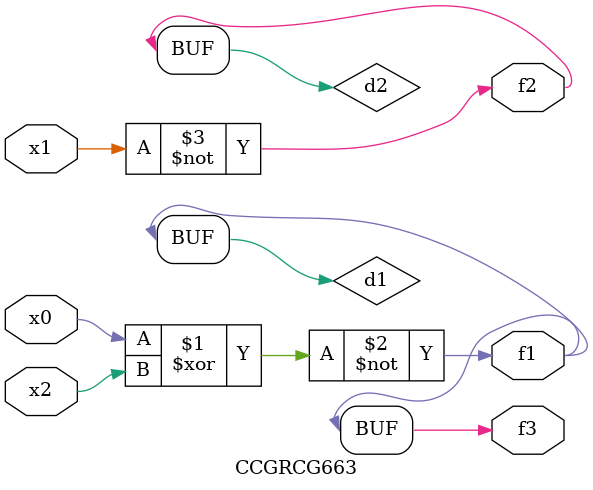
<source format=v>
module CCGRCG663(
	input x0, x1, x2,
	output f1, f2, f3
);

	wire d1, d2, d3;

	xnor (d1, x0, x2);
	nand (d2, x1);
	nor (d3, x1, x2);
	assign f1 = d1;
	assign f2 = d2;
	assign f3 = d1;
endmodule

</source>
